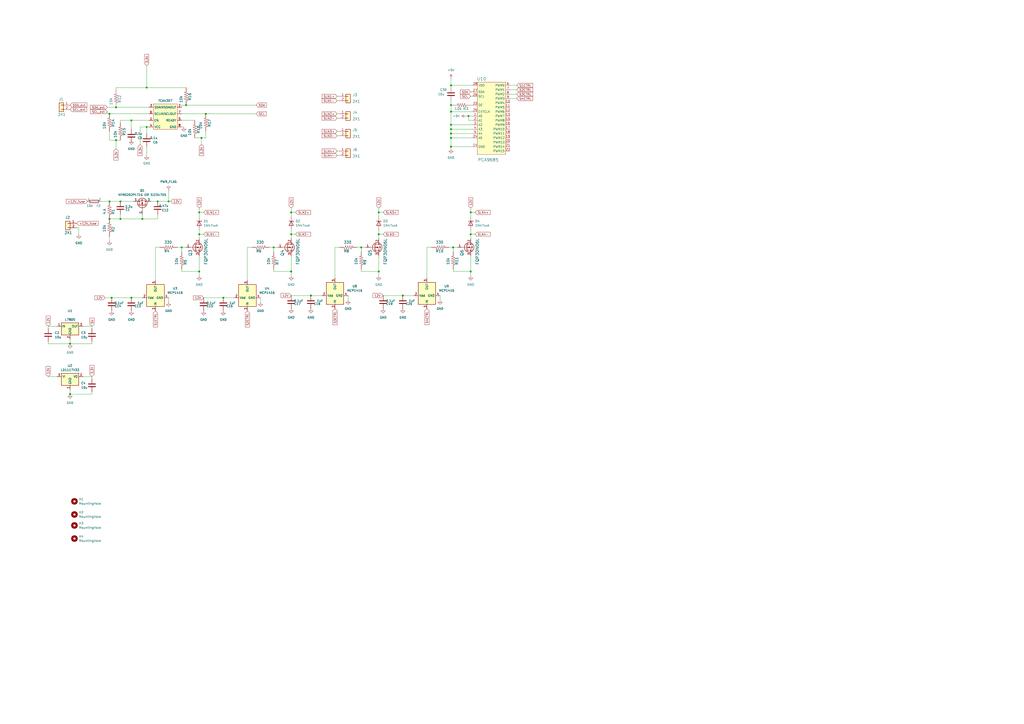
<source format=kicad_sch>
(kicad_sch (version 20250114) (generator "eeschema") (generator_version "9.0")
  (paper "A2")
  (lib_symbols
    (symbol "Connector_Generic:Conn_01x02" (pin_names (offset 1.016) (hide yes))
      (property "Reference" "J" (at 0 2.54 0))
      (property "Value" "Conn_01x02" (at 0 -5.08 0))
      (symbol "Conn_01x02_1_1"
        (pin passive line (at -5.08 0 0) (length 3.81) (name "Pin_1") (number "1"))
        (pin passive line (at -5.08 -2.54 0) (length 3.81) (name "Pin_2") (number "2"))
      )
    )
    (symbol "Device:C" (pin_numbers (hide yes)) (pin_names (offset 0.254))
      (property "Reference" "C" (at 0.635 2.54 0))
      (property "Value" "C" (at 0.635 -2.54 0))
      (symbol "C_1_1"
        (pin passive line (at 0 3.81 270) (length 2.794) (name "~") (number "1"))
        (pin passive line (at 0 -3.81 90) (length 2.794) (name "~") (number "2"))
      )
    )
    (symbol "Device:Fuse" (pin_numbers (hide yes)) (pin_names (offset 0))
      (property "Reference" "F1" (at 2.54 2.54 90))
      (property "Value" "10A" (at 2.54 -2.54 90))
      (symbol "Fuse_1_1"
        (pin output line (at 0 3.81 270) (length 1.27) (name "2") (number "2"))
        (pin input line (at 0 -3.81 90) (length 1.27) (name "1") (number "1"))
      )
    )
    (symbol "Diode:1N47xxA" (pin_numbers (hide yes)) (pin_names (hide yes))
      (property "Reference" "D" (at 0 2.54 0))
      (property "Value" "1N47xxA" (at 0 -2.54 0))
      (symbol "1N47xxA_1_1"
        (pin passive line (at -3.81 0 0) (length 2.54) (name "K") (number "1"))
        (pin passive line (at 3.81 0 180) (length 2.54) (name "A") (number "2"))
      )
    )
    (symbol "Driver_FET:MCP1416"
      (property "Reference" "U" (at -5.08 6.35 0))
      (property "Value" "MCP1416" (at 1.27 6.35 0))
      (symbol "MCP1416_1_1"
        (pin input line (at -7.62 0 0) (length 2.54) (name "IN") (number "3"))
        (pin power_in line (at 0 7.62 270) (length 2.54) (name "Vdd") (number "2"))
        (pin power_in line (at 0 -7.62 90) (length 2.54) (name "GND") (number "4"))
        (pin no_connect line (at 7.62 -2.54 180) (length 2.54) (hide yes) (name "NC") (number "1"))
        (pin output line (at 10.16 0 180) (length 2.54) (name "OUT") (number "5"))
      )
    )
    (symbol "Mechanical:MountingHole" (pin_names (offset 1.016)) (exclude_from_sim yes) (in_bom no)
      (property "Reference" "H" (at 0 5.08 0))
      (property "Value" "MountingHole" (at 0 3.175 0))
    )
    (symbol "New_Library:PCA9685"
      (property "Reference" "I2C_PWM_DRIVER1" (at 12.7 1.905 0))
      (property "Value" "PCA9685" (at 7.62 -46.355 0))
      (symbol "PCA9685_1_1"
        (pin input line (at -1.27 -3.175 0) (length 2.54) (name "VDD") (number "28"))
        (pin input line (at -1.27 -6.985 0) (length 2.54) (name "SDA") (number "27"))
        (pin input line (at -1.27 -9.525 0) (length 2.54) (name "SCL") (number "26"))
        (pin input line (at -1.27 -14.605 0) (length 2.54) (name "OE'") (number "23"))
        (pin input line (at -1.27 -18.415 0) (length 2.54) (name "EXTCLK") (number "25"))
        (pin input line (at -1.27 -20.955 0) (length 2.54) (name "A0") (number "1"))
        (pin input line (at -1.27 -23.495 0) (length 2.54) (name "A1") (number "2"))
        (pin input line (at -1.27 -26.035 0) (length 2.54) (name "A2") (number "3"))
        (pin input line (at -1.27 -28.575 0) (length 2.54) (name "A3") (number "4"))
        (pin input line (at -1.27 -31.115 0) (length 2.54) (name "A4") (number "5"))
        (pin input line (at -1.27 -33.655 0) (length 2.54) (name "A5") (number "24"))
        (pin input line (at -1.27 -38.735 0) (length 2.54) (name "GND") (number "14"))
        (pin input line (at 20.32 -3.175 180) (length 2.54) (name "PWM0") (number "6"))
        (pin input line (at 20.32 -5.715 180) (length 2.54) (name "PWM1") (number "7"))
        (pin output line (at 20.32 -8.255 180) (length 2.54) (name "PWM2") (number "8"))
        (pin output line (at 20.32 -10.795 180) (length 2.54) (name "PWM3") (number "9"))
        (pin input line (at 20.32 -13.335 180) (length 2.54) (name "PWM4") (number "10"))
        (pin input line (at 20.32 -15.875 180) (length 2.54) (name "PWM5") (number "11"))
        (pin input line (at 20.32 -18.415 180) (length 2.54) (name "PWM6") (number "12"))
        (pin input line (at 20.32 -20.955 180) (length 2.54) (name "PWM7") (number "13"))
        (pin input line (at 20.32 -23.495 180) (length 2.54) (name "PWM8") (number "15"))
        (pin input line (at 20.32 -26.035 180) (length 2.54) (name "PWM9") (number "16"))
        (pin input line (at 20.32 -28.575 180) (length 2.54) (name "PWM10") (number "17"))
        (pin input line (at 20.32 -31.115 180) (length 2.54) (name "PWM11") (number "18"))
        (pin input line (at 20.32 -33.655 180) (length 2.54) (name "PWM12") (number "19"))
        (pin input line (at 20.32 -36.195 180) (length 2.54) (name "PWM13") (number "20"))
        (pin input line (at 20.32 -38.735 180) (length 2.54) (name "PWM14") (number "21"))
        (pin input line (at 20.32 -41.275 180) (length 2.54) (name "PWM15") (number "22"))
      )
    )
    (symbol "PowerboardRev5-eagle-import:R-US_R0805" (pin_names (offset 1.016))
      (property "Reference" "R" (at -3.81 1.4986 0))
      (property "Value" "R-US_R0805" (at -3.81 -3.302 0))
      (symbol "R-US_R0805_1_0"
        (pin passive line (at -5.08 0 0) (length 2.54) (name "1") (number "1"))
        (pin passive line (at 5.08 0 180) (length 2.54) (name "2") (number "2"))
      )
    )
    (symbol "Regulator_Linear:L7805" (pin_names (offset 0.254))
      (property "Reference" "U" (at -3.81 3.175 0))
      (property "Value" "L7805" (at 0 3.175 0))
      (symbol "L7805_1_1"
        (pin power_in line (at -7.62 0 0) (length 2.54) (name "IN") (number "1"))
        (pin power_in line (at 0 -7.62 90) (length 2.54) (name "GND") (number "2"))
        (pin power_out line (at 7.62 0 180) (length 2.54) (name "OUT") (number "3"))
      )
    )
    (symbol "Regulator_Linear:LD1117S33TR_SOT223"
      (property "Reference" "U" (at -3.81 3.175 0))
      (property "Value" "LD1117S33TR_SOT223" (at 0 3.175 0))
      (symbol "LD1117S33TR_SOT223_1_1"
        (pin power_in line (at -7.62 0 0) (length 2.54) (name "VI") (number "3"))
        (pin power_in line (at 0 -7.62 90) (length 2.54) (name "GND") (number "1"))
        (pin power_out line (at 7.62 0 180) (length 2.54) (name "VO") (number "2"))
      )
    )
    (symbol "Simulation_SPICE:PMOS" (pin_numbers (hide yes)) (pin_names (offset 0))
      (property "Reference" "Q" (at 5.08 1.27 0))
      (property "Value" "PMOS" (at 5.08 -1.27 0))
      (symbol "PMOS_1_1"
        (pin input line (at -5.08 0 0) (length 2.54) (name "G") (number "2"))
        (pin passive line (at 2.54 5.08 270) (length 2.54) (name "D") (number "1"))
        (pin passive line (at 2.54 -5.08 90) (length 2.54) (name "S") (number "3"))
      )
    )
    (symbol "T_1_1"
      (symbol "T_1_1_1_1"
        (pin input line (at -12.7 2.54 0) (length 2.54) (name "SDAIN") (number "3"))
        (pin input line (at -12.7 -1.27 0) (length 2.54) (name "SCLIN") (number "6"))
        (pin input line (at -12.7 -5.08 0) (length 2.54) (name "EN") (number "1"))
        (pin input line (at -12.7 -8.89 0) (length 2.54) (name "VCC") (number "4"))
        (pin input line (at 6.35 2.54 180) (length 2.54) (name "SDAOUT") (number "2"))
        (pin input line (at 6.35 -1.27 180) (length 2.54) (name "SCLOUT") (number "7"))
        (pin input line (at 6.35 -5.08 180) (length 2.54) (name "READY") (number "5"))
        (pin input line (at 6.35 -8.89 180) (length 2.54) (name "GND") (number "8"))
      )
    )
    (symbol "Transistor_FET:IRLZ34N" (pin_names (hide yes))
      (property "Reference" "Q" (at 6.35 1.905 0))
      (property "Value" "IRLZ34N" (at 6.35 0 0))
      (symbol "IRLZ34N_1_1"
        (pin input line (at -5.08 0 0) (length 2.54) (name "G") (number "1"))
        (pin passive line (at 2.54 5.08 270) (length 2.54) (name "D") (number "2"))
        (pin passive line (at 2.54 -5.08 90) (length 2.54) (name "S") (number "3"))
      )
    )
    (symbol "power:+5V" (power) (pin_names (offset 0))
      (property "Value" "+5V" (at 0 3.556 0))
      (symbol "+5V_1_1"
        (pin power_in line (at 0 0 90) (length 0) (hide yes) (name "+5V") (number "1"))
      )
    )
    (symbol "power:GND" (power) (pin_names (offset 0))
      (property "Value" "GND" (at 0 -3.81 0))
      (symbol "GND_1_1"
        (pin power_in line (at 0 0 270) (length 0) (hide yes) (name "GND") (number "1"))
      )
    )
    (symbol "power:PWR_FLAG" (power) (pin_numbers (hide yes)) (pin_names (offset 0) (hide yes))
      (property "Value" "PWR_FLAG" (at 0 3.81 0))
      (symbol "PWR_FLAG_0_0"
        (pin power_out line (at 0 0 90) (length 0) (name "~") (number "1"))
      )
    )
  )
  (junction (at 105.41 143.51))
  (junction (at 219.71 157.48))
  (junction (at 40.64 228.6))
  (junction (at 261.62 72.39))
  (junction (at 271.78 67.31))
  (junction (at 261.62 49.53))
  (junction (at 168.91 123.19))
  (junction (at 168.91 135.89))
  (junction (at 63.5 116.84))
  (junction (at 261.62 74.93))
  (junction (at 209.55 143.51))
  (junction (at 76.2 172.72))
  (junction (at 63.5 66.04))
  (junction (at 91.44 116.84))
  (junction (at 158.75 143.51))
  (junction (at 63.5 127))
  (junction (at 219.71 123.19))
  (junction (at 273.05 135.89))
  (junction (at 115.57 157.48))
  (junction (at 261.62 85.09))
  (junction (at 107.95 60.96))
  (junction (at 261.62 64.77))
  (junction (at 76.2 69.85))
  (junction (at 115.57 123.19))
  (junction (at 273.05 157.48))
  (junction (at 115.57 135.89))
  (junction (at 119.38 66.04))
  (junction (at 85.09 50.8))
  (junction (at 273.05 123.19))
  (junction (at 180.34 171.45))
  (junction (at 129.54 172.72))
  (junction (at 261.62 77.47))
  (junction (at 116.84 80.01))
  (junction (at 233.68 171.45))
  (junction (at 262.89 143.51))
  (junction (at 97.79 116.84))
  (junction (at 64.77 172.72))
  (junction (at 85.09 73.66))
  (junction (at 67.31 81.28))
  (junction (at 69.85 127))
  (junction (at 261.62 80.01))
  (junction (at 67.31 62.23))
  (junction (at 219.71 135.89))
  (junction (at 69.85 116.84))
  (junction (at 168.91 157.48))
  (junction (at 82.55 127))
  (junction (at 261.62 60.96))
  (junction (at 40.64 199.39))
  (wire (pts (xy 195.58 90.17) (xy 196.85 90.17)))
  (wire (pts (xy 261.62 64.77) (xy 261.62 72.39)))
  (wire (pts (xy 273.05 157.48) (xy 273.05 160.02)))
  (wire (pts (xy 81.28 73.66) (xy 85.09 73.66)))
  (wire (pts (xy 115.57 133.35) (xy 115.57 135.89)))
  (wire (pts (xy 27.94 199.39) (xy 27.94 198.12)))
  (wire (pts (xy 168.91 123.19) (xy 171.45 123.19)))
  (wire (pts (xy 115.57 135.89) (xy 115.57 138.43)))
  (wire (pts (xy 158.75 143.51) (xy 161.29 143.51)))
  (wire (pts (xy 168.91 123.19) (xy 168.91 125.73)))
  (wire (pts (xy 69.85 116.84) (xy 77.47 116.84)))
  (wire (pts (xy 63.5 81.28) (xy 67.31 81.28)))
  (wire (pts (xy 53.34 218.44) (xy 53.34 219.71)))
  (wire (pts (xy 219.71 135.89) (xy 219.71 138.43)))
  (wire (pts (xy 261.62 64.77) (xy 274.32 64.77)))
  (wire (pts (xy 262.89 143.51) (xy 262.89 146.05)))
  (wire (pts (xy 105.41 66.04) (xy 119.38 66.04)))
  (wire (pts (xy 262.89 143.51) (xy 265.43 143.51)))
  (wire (pts (xy 261.62 80.01) (xy 261.62 85.09)))
  (wire (pts (xy 63.5 76.2) (xy 63.5 81.28)))
  (wire (pts (xy 27.94 189.23) (xy 33.02 189.23)))
  (wire (pts (xy 76.2 172.72) (xy 82.55 172.72)))
  (wire (pts (xy 261.62 72.39) (xy 274.32 72.39)))
  (wire (pts (xy 105.41 143.51) (xy 107.95 143.51)))
  (wire (pts (xy 261.62 45.72) (xy 261.62 49.53)))
  (wire (pts (xy 261.62 80.01) (xy 274.32 80.01)))
  (wire (pts (xy 195.58 76.2) (xy 196.85 76.2)))
  (wire (pts (xy 63.5 66.04) (xy 62.23 66.04)))
  (wire (pts (xy 168.91 133.35) (xy 168.91 135.89)))
  (wire (pts (xy 194.31 143.51) (xy 196.85 143.51)))
  (wire (pts (xy 44.45 132.08) (xy 45.72 132.08)))
  (wire (pts (xy 76.2 69.85) (xy 76.2 74.93)))
  (wire (pts (xy 261.62 58.42) (xy 261.62 60.96)))
  (wire (pts (xy 255.27 171.45) (xy 255.27 173.99)))
  (wire (pts (xy 90.17 143.51) (xy 92.71 143.51)))
  (wire (pts (xy 247.65 143.51) (xy 250.19 143.51)))
  (wire (pts (xy 209.55 143.51) (xy 209.55 146.05)))
  (wire (pts (xy 158.75 157.48) (xy 168.91 157.48)))
  (wire (pts (xy 168.91 171.45) (xy 180.34 171.45)))
  (wire (pts (xy 295.91 57.15) (xy 299.72 57.15)))
  (wire (pts (xy 102.87 143.51) (xy 105.41 143.51)))
  (wire (pts (xy 85.09 50.8) (xy 85.09 38.1)))
  (wire (pts (xy 69.85 127) (xy 63.5 127)))
  (wire (pts (xy 219.71 123.19) (xy 222.25 123.19)))
  (wire (pts (xy 69.85 69.85) (xy 69.85 71.12)))
  (wire (pts (xy 262.89 156.21) (xy 262.89 157.48)))
  (wire (pts (xy 219.71 157.48) (xy 219.71 148.59)))
  (wire (pts (xy 209.55 156.21) (xy 209.55 157.48)))
  (wire (pts (xy 195.58 87.63) (xy 196.85 87.63)))
  (wire (pts (xy 194.31 143.51) (xy 194.31 161.29)))
  (wire (pts (xy 85.09 50.8) (xy 107.95 50.8)))
  (wire (pts (xy 261.62 60.96) (xy 261.62 64.77)))
  (wire (pts (xy 82.55 127) (xy 69.85 127)))
  (wire (pts (xy 119.38 66.04) (xy 148.59 66.04)))
  (wire (pts (xy 116.84 80.01) (xy 119.38 80.01)))
  (wire (pts (xy 81.28 73.66) (xy 81.28 83.82)))
  (wire (pts (xy 261.62 50.8) (xy 261.62 49.53)))
  (wire (pts (xy 273.05 135.89) (xy 273.05 138.43)))
  (wire (pts (xy 262.89 157.48) (xy 273.05 157.48)))
  (wire (pts (xy 113.03 80.01) (xy 116.84 80.01)))
  (wire (pts (xy 219.71 135.89) (xy 222.25 135.89)))
  (wire (pts (xy 86.36 69.85) (xy 76.2 69.85)))
  (wire (pts (xy 168.91 157.48) (xy 168.91 160.02)))
  (wire (pts (xy 90.17 143.51) (xy 90.17 162.56)))
  (wire (pts (xy 91.44 116.84) (xy 97.79 116.84)))
  (wire (pts (xy 91.44 124.46) (xy 91.44 127)))
  (wire (pts (xy 219.71 123.19) (xy 219.71 125.73)))
  (wire (pts (xy 271.78 67.31) (xy 274.32 67.31)))
  (wire (pts (xy 195.58 66.04) (xy 196.85 66.04)))
  (wire (pts (xy 158.75 156.21) (xy 158.75 157.48)))
  (wire (pts (xy 67.31 62.23) (xy 62.23 62.23)))
  (wire (pts (xy 271.78 69.85) (xy 271.78 67.31)))
  (wire (pts (xy 295.91 54.61) (xy 299.72 54.61)))
  (wire (pts (xy 261.62 77.47) (xy 261.62 80.01)))
  (wire (pts (xy 48.26 189.23) (xy 53.34 189.23)))
  (wire (pts (xy 222.25 171.45) (xy 233.68 171.45)))
  (wire (pts (xy 295.91 49.53) (xy 299.72 49.53)))
  (wire (pts (xy 53.34 189.23) (xy 53.34 190.5)))
  (wire (pts (xy 247.65 143.51) (xy 247.65 161.29)))
  (wire (pts (xy 295.91 52.07) (xy 299.72 52.07)))
  (wire (pts (xy 82.55 124.46) (xy 82.55 127)))
  (wire (pts (xy 151.13 172.72) (xy 151.13 175.26)))
  (wire (pts (xy 233.68 171.45) (xy 240.03 171.45)))
  (wire (pts (xy 58.42 116.84) (xy 63.5 116.84)))
  (wire (pts (xy 270.51 67.31) (xy 271.78 67.31)))
  (wire (pts (xy 45.72 132.08) (xy 45.72 135.89)))
  (wire (pts (xy 207.01 143.51) (xy 209.55 143.51)))
  (wire (pts (xy 115.57 123.19) (xy 118.11 123.19)))
  (wire (pts (xy 105.41 60.96) (xy 107.95 60.96)))
  (wire (pts (xy 115.57 120.65) (xy 115.57 123.19)))
  (wire (pts (xy 69.85 124.46) (xy 69.85 127)))
  (wire (pts (xy 168.91 135.89) (xy 168.91 138.43)))
  (wire (pts (xy 63.5 66.04) (xy 86.36 66.04)))
  (wire (pts (xy 273.05 60.96) (xy 274.32 60.96)))
  (wire (pts (xy 85.09 73.66) (xy 86.36 73.66)))
  (wire (pts (xy 40.64 196.85) (xy 40.64 199.39)))
  (wire (pts (xy 115.57 135.89) (xy 118.11 135.89)))
  (wire (pts (xy 273.05 133.35) (xy 273.05 135.89)))
  (wire (pts (xy 105.41 143.51) (xy 105.41 146.05)))
  (wire (pts (xy 105.41 69.85) (xy 113.03 69.85)))
  (wire (pts (xy 143.51 143.51) (xy 143.51 162.56)))
  (wire (pts (xy 219.71 120.65) (xy 219.71 123.19)))
  (wire (pts (xy 67.31 62.23) (xy 86.36 62.23)))
  (wire (pts (xy 273.05 53.34) (xy 274.32 53.34)))
  (wire (pts (xy 195.58 58.42) (xy 196.85 58.42)))
  (wire (pts (xy 97.79 172.72) (xy 97.79 175.26)))
  (wire (pts (xy 209.55 143.51) (xy 212.09 143.51)))
  (wire (pts (xy 105.41 60.96) (xy 105.41 62.23)))
  (wire (pts (xy 261.62 77.47) (xy 274.32 77.47)))
  (wire (pts (xy 261.62 49.53) (xy 274.32 49.53)))
  (wire (pts (xy 262.89 60.96) (xy 261.62 60.96)))
  (wire (pts (xy 261.62 74.93) (xy 261.62 77.47)))
  (wire (pts (xy 76.2 82.55) (xy 76.2 81.28)))
  (wire (pts (xy 105.41 73.66) (xy 106.68 73.66)))
  (wire (pts (xy 168.91 120.65) (xy 168.91 123.19)))
  (wire (pts (xy 107.95 60.96) (xy 148.59 60.96)))
  (wire (pts (xy 260.35 143.51) (xy 262.89 143.51)))
  (wire (pts (xy 115.57 157.48) (xy 115.57 148.59)))
  (wire (pts (xy 201.93 171.45) (xy 201.93 173.99)))
  (wire (pts (xy 63.5 116.84) (xy 69.85 116.84)))
  (wire (pts (xy 273.05 123.19) (xy 273.05 125.73)))
  (wire (pts (xy 219.71 157.48) (xy 219.71 160.02)))
  (wire (pts (xy 53.34 199.39) (xy 53.34 198.12)))
  (wire (pts (xy 274.32 74.93) (xy 261.62 74.93)))
  (wire (pts (xy 273.05 157.48) (xy 273.05 148.59)))
  (wire (pts (xy 67.31 50.8) (xy 67.31 52.07)))
  (wire (pts (xy 261.62 85.09) (xy 274.32 85.09)))
  (wire (pts (xy 195.58 68.58) (xy 196.85 68.58)))
  (wire (pts (xy 273.05 120.65) (xy 273.05 123.19)))
  (wire (pts (xy 97.79 110.49) (xy 97.79 116.84)))
  (wire (pts (xy 40.64 228.6) (xy 53.34 228.6)))
  (wire (pts (xy 274.32 69.85) (xy 271.78 69.85)))
  (wire (pts (xy 27.94 190.5) (xy 27.94 189.23)))
  (wire (pts (xy 116.84 80.01) (xy 116.84 83.82)))
  (wire (pts (xy 195.58 78.74) (xy 196.85 78.74)))
  (wire (pts (xy 209.55 157.48) (xy 219.71 157.48)))
  (wire (pts (xy 85.09 90.17) (xy 85.09 85.09)))
  (wire (pts (xy 53.34 228.6) (xy 53.34 227.33)))
  (wire (pts (xy 119.38 80.01) (xy 119.38 76.2)))
  (wire (pts (xy 91.44 127) (xy 82.55 127)))
  (wire (pts (xy 273.05 123.19) (xy 275.59 123.19)))
  (wire (pts (xy 195.58 55.88) (xy 196.85 55.88)))
  (wire (pts (xy 76.2 69.85) (xy 69.85 69.85)))
  (wire (pts (xy 168.91 157.48) (xy 168.91 148.59)))
  (wire (pts (xy 273.05 135.89) (xy 275.59 135.89)))
  (wire (pts (xy 85.09 77.47) (xy 85.09 73.66)))
  (wire (pts (xy 27.94 199.39) (xy 40.64 199.39)))
  (wire (pts (xy 67.31 81.28) (xy 69.85 81.28)))
  (wire (pts (xy 143.51 143.51) (xy 146.05 143.51)))
  (wire (pts (xy 105.41 157.48) (xy 115.57 157.48)))
  (wire (pts (xy 67.31 50.8) (xy 85.09 50.8)))
  (wire (pts (xy 48.26 218.44) (xy 53.34 218.44)))
  (wire (pts (xy 40.64 226.06) (xy 40.64 228.6)))
  (wire (pts (xy 273.05 55.88) (xy 274.32 55.88)))
  (wire (pts (xy 118.11 172.72) (xy 129.54 172.72)))
  (wire (pts (xy 180.34 171.45) (xy 186.69 171.45)))
  (wire (pts (xy 27.94 218.44) (xy 33.02 218.44)))
  (wire (pts (xy 129.54 172.72) (xy 135.89 172.72)))
  (wire (pts (xy 156.21 143.51) (xy 158.75 143.51)))
  (wire (pts (xy 63.5 137.16) (xy 63.5 139.7)))
  (wire (pts (xy 60.96 172.72) (xy 64.77 172.72)))
  (wire (pts (xy 105.41 156.21) (xy 105.41 157.48)))
  (wire (pts (xy 261.62 72.39) (xy 261.62 74.93)))
  (wire (pts (xy 115.57 123.19) (xy 115.57 125.73)))
  (wire (pts (xy 115.57 157.48) (xy 115.57 160.02)))
  (wire (pts (xy 158.75 143.51) (xy 158.75 146.05)))
  (wire (pts (xy 97.79 116.84) (xy 99.06 116.84)))
  (wire (pts (xy 261.62 85.09) (xy 261.62 86.36)))
  (wire (pts (xy 67.31 81.28) (xy 67.31 86.36)))
  (wire (pts (xy 64.77 172.72) (xy 76.2 172.72)))
  (wire (pts (xy 87.63 116.84) (xy 91.44 116.84)))
  (wire (pts (xy 168.91 135.89) (xy 171.45 135.89)))
  (wire (pts (xy 40.64 199.39) (xy 53.34 199.39)))
  (wire (pts (xy 62.23 66.04) (xy 62.23 64.77)))
  (wire (pts (xy 219.71 133.35) (xy 219.71 135.89)))
  (global_label "S4CTRL" (shape input) (at 299.72 57.15 0) (property "Intersheetrefs" "${INTERSHEET_REFS}" (effects (hide yes))))
  (global_label "SLN4+" (shape input) (at 195.58 87.63 180) (property "Intersheetrefs" "${INTERSHEET_REFS}" (effects (hide yes))))
  (global_label "S3CTRL" (shape input) (at 194.31 179.07 270) (property "Intersheetrefs" "${INTERSHEET_REFS}" (effects (hide yes))))
  (global_label "12V" (shape input) (at 115.57 120.65 90) (property "Intersheetrefs" "${INTERSHEET_REFS}" (effects (hide yes))))
  (global_label "S2CTRL" (shape input) (at 143.51 180.34 270) (property "Intersheetrefs" "${INTERSHEET_REFS}" (effects (hide yes))))
  (global_label "SDA_ext" (shape input) (at 62.23 62.23 180) (property "Intersheetrefs" "${INTERSHEET_REFS}" (effects (hide yes))))
  (global_label "S1CTRL" (shape input) (at 299.72 49.53 0) (property "Intersheetrefs" "${INTERSHEET_REFS}" (effects (hide yes))))
  (global_label "SLN1-" (shape input) (at 195.58 58.42 180) (property "Intersheetrefs" "${INTERSHEET_REFS}" (effects (hide yes))))
  (global_label "SDA" (shape input) (at 273.05 53.34 180) (property "Intersheetrefs" "${INTERSHEET_REFS}" (effects (hide yes))))
  (global_label "12V" (shape input) (at 27.94 218.44 90) (property "Intersheetrefs" "${INTERSHEET_REFS}" (effects (hide yes))))
  (global_label "12V" (shape input) (at 273.05 120.65 90) (property "Intersheetrefs" "${INTERSHEET_REFS}" (effects (hide yes))))
  (global_label "12V" (shape input) (at 99.06 116.84 0) (property "Intersheetrefs" "${INTERSHEET_REFS}" (effects (hide yes))))
  (global_label "SDA" (shape input) (at 148.59 60.96 0) (property "Intersheetrefs" "${INTERSHEET_REFS}" (effects (hide yes))))
  (global_label "SCL" (shape input) (at 148.59 66.04 0) (property "Intersheetrefs" "${INTERSHEET_REFS}" (effects (hide yes))))
  (global_label "SLN1+" (shape input) (at 195.58 55.88 180) (property "Intersheetrefs" "${INTERSHEET_REFS}" (effects (hide yes))))
  (global_label "12V" (shape input) (at 219.71 120.65 90) (property "Intersheetrefs" "${INTERSHEET_REFS}" (effects (hide yes))))
  (global_label "SLN2-" (shape input) (at 171.45 135.89 0) (property "Intersheetrefs" "${INTERSHEET_REFS}" (effects (hide yes))))
  (global_label "S2CTRL" (shape input) (at 299.72 52.07 0) (property "Intersheetrefs" "${INTERSHEET_REFS}" (effects (hide yes))))
  (global_label "3.3V" (shape input) (at 53.34 218.44 90) (property "Intersheetrefs" "${INTERSHEET_REFS}" (effects (hide yes))))
  (global_label "SLN4-" (shape input) (at 195.58 90.17 180) (property "Intersheetrefs" "${INTERSHEET_REFS}" (effects (hide yes))))
  (global_label "SLN3+" (shape input) (at 222.25 123.19 0) (property "Intersheetrefs" "${INTERSHEET_REFS}" (effects (hide yes))))
  (global_label "S4CTRL" (shape input) (at 247.65 179.07 270) (property "Intersheetrefs" "${INTERSHEET_REFS}" (effects (hide yes))))
  (global_label "3.3V" (shape input) (at 67.31 86.36 270) (property "Intersheetrefs" "${INTERSHEET_REFS}" (effects (hide yes))))
  (global_label "SLN3+" (shape input) (at 195.58 76.2 180) (property "Intersheetrefs" "${INTERSHEET_REFS}" (effects (hide yes))))
  (global_label "SCL" (shape input) (at 273.05 55.88 180) (property "Intersheetrefs" "${INTERSHEET_REFS}" (effects (hide yes))))
  (global_label "+12V_fuse" (shape input) (at 44.45 129.54 0) (property "Intersheetrefs" "${INTERSHEET_REFS}" (effects (hide yes))))
  (global_label "12V" (shape input) (at 168.91 120.65 90) (property "Intersheetrefs" "${INTERSHEET_REFS}" (effects (hide yes))))
  (global_label "S1CTRL" (shape input) (at 90.17 180.34 270) (property "Intersheetrefs" "${INTERSHEET_REFS}" (effects (hide yes))))
  (global_label "SLN2+" (shape input) (at 195.58 66.04 180) (property "Intersheetrefs" "${INTERSHEET_REFS}" (effects (hide yes))))
  (global_label "SDA_ext" (shape input) (at 40.64 60.96 0) (property "Intersheetrefs" "${INTERSHEET_REFS}" (effects (hide yes))))
  (global_label "SLN3-" (shape input) (at 222.25 135.89 0) (property "Intersheetrefs" "${INTERSHEET_REFS}" (effects (hide yes))))
  (global_label "SLN1-" (shape input) (at 118.11 135.89 0) (property "Intersheetrefs" "${INTERSHEET_REFS}" (effects (hide yes))))
  (global_label "12V" (shape input) (at 27.94 189.23 90) (property "Intersheetrefs" "${INTERSHEET_REFS}" (effects (hide yes))))
  (global_label "SCL_ext" (shape input) (at 40.64 63.5 0) (property "Intersheetrefs" "${INTERSHEET_REFS}" (effects (hide yes))))
  (global_label "SLN3-" (shape input) (at 195.58 78.74 180) (property "Intersheetrefs" "${INTERSHEET_REFS}" (effects (hide yes))))
  (global_label "SLN2+" (shape input) (at 171.45 123.19 0) (property "Intersheetrefs" "${INTERSHEET_REFS}" (effects (hide yes))))
  (global_label "12V" (shape input) (at 168.91 171.45 180) (property "Intersheetrefs" "${INTERSHEET_REFS}" (effects (hide yes))))
  (global_label "12V" (shape input) (at 222.25 171.45 180) (property "Intersheetrefs" "${INTERSHEET_REFS}" (effects (hide yes))))
  (global_label "S3CTRL" (shape input) (at 299.72 54.61 0) (property "Intersheetrefs" "${INTERSHEET_REFS}" (effects (hide yes))))
  (global_label "3.3V" (shape input) (at 116.84 83.82 270) (property "Intersheetrefs" "${INTERSHEET_REFS}" (effects (hide yes))))
  (global_label "3.3V" (shape input) (at 85.09 38.1 90) (property "Intersheetrefs" "${INTERSHEET_REFS}" (effects (hide yes))))
  (global_label "12V" (shape input) (at 60.96 172.72 180) (property "Intersheetrefs" "${INTERSHEET_REFS}" (effects (hide yes))))
  (global_label "3.3V" (shape input) (at 81.28 83.82 270) (property "Intersheetrefs" "${INTERSHEET_REFS}" (effects (hide yes))))
  (global_label "5V" (shape input) (at 53.34 189.23 90) (property "Intersheetrefs" "${INTERSHEET_REFS}" (effects (hide yes))))
  (global_label "12V" (shape input) (at 118.11 172.72 180) (property "Intersheetrefs" "${INTERSHEET_REFS}" (effects (hide yes))))
  (global_label "SLN4+" (shape input) (at 275.59 123.19 0) (property "Intersheetrefs" "${INTERSHEET_REFS}" (effects (hide yes))))
  (global_label "SCL_ext" (shape input) (at 62.23 64.77 180) (property "Intersheetrefs" "${INTERSHEET_REFS}" (effects (hide yes))))
  (global_label "SLN1+" (shape input) (at 118.11 123.19 0) (property "Intersheetrefs" "${INTERSHEET_REFS}" (effects (hide yes))))
  (global_label "+12V_fuse" (shape input) (at 50.8 116.84 180) (property "Intersheetrefs" "${INTERSHEET_REFS}" (effects (hide yes))))
  (global_label "SLN4-" (shape input) (at 275.59 135.89 0) (property "Intersheetrefs" "${INTERSHEET_REFS}" (effects (hide yes))))
  (global_label "SLN2-" (shape input) (at 195.58 68.58 180) (property "Intersheetrefs" "${INTERSHEET_REFS}" (effects (hide yes))))
  (symbol (lib_id "Device:C") (at 53.34 223.52 0) (unit 1)
    (property "Reference" "C4" (at 46.99 222.25 0) (effects (justify left)))
    (property "Value" "10u" (at 46.99 224.79 0) (effects (justify left)))
    (property "Footprint" "Capacitor_THT:CP_Radial_D5.0mm_P2.00mm" (effects (hide yes)))
  )
  (symbol (lib_id "Transistor_FET:IRLZ34N") (at 217.17 143.51 0) (unit 1)
    (property "Reference" "Q5" (at 214.63 148.59 90) (effects (font (size 1.778 1.778)) (justify left)))
    (property "Value" "FQP30N06L" (at 223.52 153.67 90) (effects (font (size 1.778 1.778)) (justify left)))
    (property "Footprint" "Package_TO_SOT_THT:TO-220-3_Vertical" (effects (hide yes)))
    (property "Datasheet" "http://www.infineon.com/dgdl/irlz34npbf.pdf?fileId=5546d462533600a40153567206892720" (effects (hide yes)))
  )
  (symbol (lib_id "Device:C") (at 69.85 120.65 180) (unit 1)
    (property "Reference" "C1" (at 75.438 121.666 0) (effects (justify left)))
    (property "Value" "2.2u" (at 76.962 119.888 0) (effects (justify left)))
    (property "Footprint" "Capacitor_SMD:C_0402_1005Metric" (effects (hide yes)))
  )
  (symbol (lib_id "PowerboardRev5-eagle-import:R-US_R0805") (at 262.89 151.13 270) (mirror x) (unit 1)
    (property "Reference" "R11" (at 264.16 153.67 0) (effects (font (size 1.4986 1.4986)) (justify left bottom)))
    (property "Value" "10k" (at 259.08 153.67 0) (effects (font (size 1.4986 1.4986)) (justify left bottom)))
    (property "Footprint" "Resistor_SMD:R_0805_2012Metric_Pad1.20x1.40mm_HandSolder" (effects (hide yes)))
  )
  (symbol (lib_id "PowerboardRev5-eagle-import:R-US_R0805") (at 267.97 60.96 180) (unit 1)
    (property "Reference" "R3" (at 271.78 62.23 0) (effects (font (size 1.4986 1.4986)) (justify left bottom)))
    (property "Value" "10k" (at 267.97 62.23 0) (effects (font (size 1.4986 1.4986)) (justify left bottom)))
    (property "Footprint" "Resistor_SMD:R_0805_2012Metric_Pad1.20x1.40mm_HandSolder" (effects (hide yes)))
  )
  (symbol (lib_id "power:GND") (at 129.54 180.34 0) (unit 1)
    (property "Reference" "#PWR031" (effects (hide yes)))
    (property "Value" "GND" (at 129.54 185.42 0))
  )
  (symbol (lib_id "Mechanical:MountingHole") (at 43.18 298.45 0) (unit 1) (exclude_from_sim yes) (in_bom no)
    (property "Reference" "H2" (at 45.72 297.1799 0) (effects (justify left)))
    (property "Value" "MountingHole" (at 45.72 299.7199 0) (effects (justify left)))
    (property "Footprint" "MountingHole:MountingHole_3.2mm_M3_DIN965" (effects (hide yes)))
    (property "Description" "Mounting Hole without connection" (effects (hide yes)))
  )
  (symbol (lib_id "Transistor_FET:IRLZ34N") (at 166.37 143.51 0) (unit 1)
    (property "Reference" "Q4" (at 163.83 148.59 90) (effects (font (size 1.778 1.778)) (justify left)))
    (property "Value" "FQP30N06L" (at 172.72 153.67 90) (effects (font (size 1.778 1.778)) (justify left)))
    (property "Footprint" "Package_TO_SOT_THT:TO-220-3_Vertical" (effects (hide yes)))
    (property "Datasheet" "http://www.infineon.com/dgdl/irlz34npbf.pdf?fileId=5546d462533600a40153567206892720" (effects (hide yes)))
  )
  (symbol (lib_id "power:GND") (at 64.77 180.34 0) (unit 1)
    (property "Reference" "#PWR027" (effects (hide yes)))
    (property "Value" "GND" (at 64.77 185.42 0))
  )
  (symbol (lib_id "power:GND") (at 151.13 175.26 0) (unit 1)
    (property "Reference" "#PWR022" (effects (hide yes)))
    (property "Value" "GND" (at 151.13 180.34 0))
  )
  (symbol (lib_id "PowerboardRev5-eagle-import:R-US_R0805") (at 63.5 132.08 270) (mirror x) (unit 1)
    (property "Reference" "R2" (at 64.77 134.62 0) (effects (font (size 1.4986 1.4986)) (justify left bottom)))
    (property "Value" "10k" (at 59.69 134.62 0) (effects (font (size 1.4986 1.4986)) (justify left bottom)))
    (property "Footprint" "Resistor_SMD:R_0402_1005Metric" (effects (hide yes)))
  )
  (symbol (lib_id "Connector_Generic:Conn_01x02") (at 201.93 76.2 0) (unit 1)
    (property "Reference" "J5" (at 204.47 76.2 0) (effects (font (size 1.4986 1.4986)) (justify left bottom)))
    (property "Value" "2X1" (at 204.47 80.01 0) (effects (font (size 1.4986 1.4986)) (justify left bottom)))
    (property "Footprint" "Connector_JST:JST_PH_B2B-PH-K_1x02_P2.00mm_Vertical" (effects (hide yes)))
  )
  (symbol (lib_id "Device:C") (at 64.77 176.53 180) (unit 1)
    (property "Reference" "C14" (at 70.358 177.546 0) (effects (justify left)))
    (property "Value" "0.1uF" (at 71.882 175.768 0) (effects (justify left)))
    (property "Footprint" "Capacitor_SMD:C_0402_1005Metric" (effects (hide yes)))
  )
  (symbol (lib_id "Device:C") (at 76.2 176.53 180) (unit 1)
    (property "Reference" "C13" (at 81.788 177.546 0) (effects (justify left)))
    (property "Value" "1uF" (at 83.312 175.768 0) (effects (justify left)))
    (property "Footprint" "Capacitor_SMD:C_0402_1005Metric" (effects (hide yes)))
  )
  (symbol (lib_id "Device:C") (at 91.44 120.65 180) (unit 1)
    (property "Reference" "C12" (at 97.79 121.92 0) (effects (justify left)))
    (property "Value" "0.47u" (at 97.79 119.38 0) (effects (justify left)))
    (property "Footprint" "Capacitor_SMD:C_0402_1005Metric" (effects (hide yes)))
  )
  (symbol (lib_id "Device:C") (at 261.62 54.61 0) (unit 1)
    (property "Reference" "C30" (at 255.27 52.07 0) (effects (justify left)))
    (property "Value" "10u" (at 254 54.61 0) (effects (justify left)))
    (property "Footprint" "Capacitor_THT:CP_Radial_D5.0mm_P2.00mm" (effects (hide yes)))
  )
  (symbol (lib_id "PowerboardRev5-eagle-import:R-US_R0805") (at 97.79 143.51 0) (mirror x) (unit 1)
    (property "Reference" "R4" (at 95.25 144.78 0) (effects (font (size 1.4986 1.4986)) (justify left bottom)))
    (property "Value" "330" (at 95.25 139.7 0) (effects (font (size 1.4986 1.4986)) (justify left bottom)))
    (property "Footprint" "Resistor_SMD:R_0805_2012Metric_Pad1.20x1.40mm_HandSolder" (effects (hide yes)))
  )
  (symbol (lib_id "Connector_Generic:Conn_01x02") (at 201.93 87.63 0) (unit 1)
    (property "Reference" "J6" (at 204.47 87.63 0) (effects (font (size 1.4986 1.4986)) (justify left bottom)))
    (property "Value" "2X1" (at 204.47 91.44 0) (effects (font (size 1.4986 1.4986)) (justify left bottom)))
    (property "Footprint" "Connector_JST:JST_PH_B2B-PH-K_1x02_P2.00mm_Vertical" (effects (hide yes)))
  )
  (symbol (lib_id "Driver_FET:MCP1416") (at 247.65 171.45 90) (unit 1)
    (property "Reference" "U9" (at 259.08 166.0046 90))
    (property "Value" "MCP1416" (at 259.08 168.5446 90))
    (property "Footprint" "Package_TO_SOT_SMD:SOT-23-5" (effects (hide yes)))
    (property "Datasheet" "http://ww1.microchip.com/downloads/en/DeviceDoc/20002092F.pdf" (effects (hide yes)))
    (property "Description" "1.5A High speed power MOSFET driver with non-inverting output, SOT-23-5" (effects (hide yes)))
  )
  (symbol (lib_id "PowerboardRev5-eagle-import:R-US_R0805") (at 63.5 71.12 270) (mirror x) (unit 1)
    (property "Reference" "R14" (at 64.77 73.66 0) (effects (font (size 1.4986 1.4986)) (justify left bottom)))
    (property "Value" "10k" (at 59.69 74.93 0) (effects (font (size 1.4986 1.4986)) (justify left bottom)))
    (property "Footprint" "Resistor_SMD:R_0603_1608Metric" (effects (hide yes)))
  )
  (symbol (lib_id "Driver_FET:MCP1416") (at 90.17 172.72 90) (unit 1)
    (property "Reference" "U3" (at 101.6 167.2746 90))
    (property "Value" "MCP1416" (at 101.6 169.8146 90))
    (property "Footprint" "Package_TO_SOT_SMD:SOT-23-5" (effects (hide yes)))
    (property "Datasheet" "http://ww1.microchip.com/downloads/en/DeviceDoc/20002092F.pdf" (effects (hide yes)))
    (property "Description" "1.5A High speed power MOSFET driver with non-inverting output, SOT-23-5" (effects (hide yes)))
  )
  (symbol (lib_id "Regulator_Linear:LD1117S33TR_SOT223") (at 40.64 218.44 0) (unit 1)
    (property "Reference" "U2" (at 40.64 212.09 0))
    (property "Value" "LD1117V33" (at 40.64 214.63 0))
    (property "Footprint" "Package_TO_SOT_THT:TO-220-3_Vertical" (effects (hide yes)))
    (property "Datasheet" "http://www.st.com/st-web-ui/static/active/en/resource/technical/document/datasheet/CD00000544.pdf" (effects (hide yes)))
  )
  (symbol (lib_id "power:GND") (at 233.68 179.07 0) (unit 1)
    (property "Reference" "#PWR036" (effects (hide yes)))
    (property "Value" "GND" (at 233.68 184.15 0))
  )
  (symbol (lib_id "power:GND") (at 106.68 73.66 0) (unit 1)
    (property "Reference" "#PWR034" (effects (hide yes)))
    (property "Value" "GND" (at 106.68 78.74 0))
  )
  (symbol (lib_id "power:GND") (at 118.11 180.34 0) (unit 1)
    (property "Reference" "#PWR028" (effects (hide yes)))
    (property "Value" "GND" (at 118.11 185.42 0))
  )
  (symbol (lib_id "PowerboardRev5-eagle-import:R-US_R0805") (at 107.95 55.88 270) (mirror x) (unit 1)
    (property "Reference" "R16" (at 109.22 58.42 0) (effects (font (size 1.4986 1.4986)) (justify left bottom)))
    (property "Value" "10k" (at 104.14 59.69 0) (effects (font (size 1.4986 1.4986)) (justify left bottom)))
    (property "Footprint" "Resistor_SMD:R_0603_1608Metric" (effects (hide yes)))
  )
  (symbol (lib_id "power:GND") (at 40.64 199.39 0) (unit 1)
    (property "Reference" "#PWR012" (effects (hide yes)))
    (property "Value" "GND" (at 40.64 204.47 0))
  )
  (symbol (lib_id "PowerboardRev5-eagle-import:R-US_R0805") (at 113.03 74.93 270) (mirror x) (unit 1)
    (property "Reference" "R18" (at 114.3 77.47 0) (effects (font (size 1.4986 1.4986)) (justify left bottom)))
    (property "Value" "10k" (at 109.22 78.74 0) (effects (font (size 1.4986 1.4986)) (justify left bottom)))
    (property "Footprint" "Resistor_SMD:R_0603_1608Metric" (effects (hide yes)))
  )
  (symbol (lib_id "PowerboardRev5-eagle-import:R-US_R0805") (at 69.85 76.2 270) (mirror x) (unit 1)
    (property "Reference" "R15" (at 71.12 78.74 0) (effects (font (size 1.4986 1.4986)) (justify left bottom)))
    (property "Value" "10k" (at 66.04 80.01 0) (effects (font (size 1.4986 1.4986)) (justify left bottom)))
    (property "Footprint" "Resistor_SMD:R_0603_1608Metric" (effects (hide yes)))
  )
  (symbol (lib_id "Diode:1N47xxA") (at 168.91 129.54 270) (unit 1)
    (property "Reference" "D2" (at 171.45 128.27 90) (effects (justify left)))
    (property "Value" "1N47xxA" (at 171.45 130.81 90) (effects (justify left)))
    (property "Footprint" "Diode_THT:D_DO-41_SOD81_P10.16mm_Horizontal" (effects (hide yes)))
    (property "Datasheet" "https://www.vishay.com/docs/85816/1n4728a.pdf" (effects (hide yes)))
  )
  (symbol (lib_id "power:GND") (at 219.71 160.02 0) (unit 1)
    (property "Reference" "#PWR020" (effects (hide yes)))
    (property "Value" "GND" (at 219.71 165.1 0))
  )
  (symbol (lib_id "power:GND") (at 168.91 160.02 0) (unit 1)
    (property "Reference" "#PWR019" (effects (hide yes)))
    (property "Value" "GND" (at 168.91 165.1 0))
  )
  (symbol (lib_id "power:+5V") (at 261.62 45.72 0) (unit 1)
    (property "Reference" "#PWR05" (effects (hide yes)))
    (property "Value" "+5V" (at 261.62 40.64 0))
  )
  (symbol (lib_id "Connector_Generic:Conn_01x02") (at 39.37 129.54 0) (mirror y) (unit 1)
    (property "Reference" "J2" (at 40.64 127 0) (effects (font (size 1.4986 1.4986)) (justify left bottom)))
    (property "Value" "2X1" (at 41.91 135.89 0) (effects (font (size 1.4986 1.4986)) (justify left bottom)))
    (property "Footprint" "Connector_JST:JST_PH_B2B-PH-K_1x02_P2.00mm_Vertical" (effects (hide yes)))
  )
  (symbol (lib_id "Driver_FET:MCP1416") (at 194.31 171.45 90) (unit 1)
    (property "Reference" "U8" (at 205.74 166.0046 90))
    (property "Value" "MCP1416" (at 205.74 168.5446 90))
    (property "Footprint" "Package_TO_SOT_SMD:SOT-23-5" (effects (hide yes)))
    (property "Datasheet" "http://ww1.microchip.com/downloads/en/DeviceDoc/20002092F.pdf" (effects (hide yes)))
    (property "Description" "1.5A High speed power MOSFET driver with non-inverting output, SOT-23-5" (effects (hide yes)))
  )
  (symbol (lib_id "power:GND") (at 97.79 175.26 0) (unit 1)
    (property "Reference" "#PWR025" (effects (hide yes)))
    (property "Value" "GND" (at 97.79 180.34 0))
  )
  (symbol (lib_id "PowerboardRev5-eagle-import:R-US_R0805") (at 119.38 71.12 270) (mirror x) (unit 1)
    (property "Reference" "R17" (at 120.65 73.66 0) (effects (font (size 1.4986 1.4986)) (justify left bottom)))
    (property "Value" "10k" (at 115.57 74.93 0) (effects (font (size 1.4986 1.4986)) (justify left bottom)))
    (property "Footprint" "Resistor_SMD:R_0603_1608Metric" (effects (hide yes)))
  )
  (symbol (lib_id "Device:C") (at 53.34 194.31 0) (unit 1)
    (property "Reference" "C3" (at 46.99 193.04 0) (effects (justify left)))
    (property "Value" "10u" (at 46.99 195.58 0) (effects (justify left)))
    (property "Footprint" "Capacitor_THT:CP_Radial_D5.0mm_P2.00mm" (effects (hide yes)))
  )
  (symbol (lib_id "power:GND") (at 63.5 139.7 0) (unit 1)
    (property "Reference" "#PWR01" (effects (hide yes)))
    (property "Value" "GND" (at 63.5 144.78 0))
  )
  (symbol (lib_id "PowerboardRev5-eagle-import:R-US_R0805") (at 63.5 121.92 270) (mirror x) (unit 1)
    (property "Reference" "R1" (at 64.77 124.46 0) (effects (font (size 1.4986 1.4986)) (justify left bottom)))
    (property "Value" "4.k" (at 59.69 124.46 0) (effects (font (size 1.4986 1.4986)) (justify left bottom)))
    (property "Footprint" "Resistor_SMD:R_0402_1005Metric" (effects (hide yes)))
  )
  (symbol (lib_id "Diode:1N47xxA") (at 219.71 129.54 270) (unit 1)
    (property "Reference" "D3" (at 222.25 128.27 90) (effects (justify left)))
    (property "Value" "1N47xxA" (at 222.25 130.81 90) (effects (justify left)))
    (property "Footprint" "Diode_THT:D_DO-41_SOD81_P10.16mm_Horizontal" (effects (hide yes)))
    (property "Datasheet" "https://www.vishay.com/docs/85816/1n4728a.pdf" (effects (hide yes)))
  )
  (symbol (lib_id "power:GND") (at 255.27 173.99 0) (unit 1)
    (property "Reference" "#PWR024" (effects (hide yes)))
    (property "Value" "GND" (at 255.27 179.07 0))
  )
  (symbol (lib_id "Transistor_FET:IRLZ34N") (at 270.51 143.51 0) (unit 1)
    (property "Reference" "Q6" (at 267.97 148.59 90) (effects (font (size 1.778 1.778)) (justify left)))
    (property "Value" "FQP30N06L" (at 276.86 153.67 90) (effects (font (size 1.778 1.778)) (justify left)))
    (property "Footprint" "Package_TO_SOT_THT:TO-220-3_Vertical" (effects (hide yes)))
    (property "Datasheet" "http://www.infineon.com/dgdl/irlz34npbf.pdf?fileId=5546d462533600a40153567206892720" (effects (hide yes)))
  )
  (symbol (lib_id "Device:Fuse") (at 54.61 116.84 270) (unit 1)
    (property "Reference" "F2" (at 57.15 119.38 90))
    (property "Value" "10A" (at 52.07 119.38 90))
    (property "Footprint" "Fuse:Fuse_1206_3216Metric" (effects (hide yes)))
  )
  (symbol (lib_id "PowerboardRev5-eagle-import:R-US_R0805") (at 158.75 151.13 270) (mirror x) (unit 1)
    (property "Reference" "R7" (at 160.02 153.67 0) (effects (font (size 1.4986 1.4986)) (justify left bottom)))
    (property "Value" "10k" (at 154.94 153.67 0) (effects (font (size 1.4986 1.4986)) (justify left bottom)))
    (property "Footprint" "Resistor_SMD:R_0805_2012Metric_Pad1.20x1.40mm_HandSolder" (effects (hide yes)))
  )
  (symbol (lib_id "power:GND") (at 40.64 228.6 0) (unit 1)
    (property "Reference" "#PWR011" (effects (hide yes)))
    (property "Value" "GND" (at 40.64 233.68 0))
  )
  (symbol (lib_id "Mechanical:MountingHole") (at 43.18 290.83 0) (unit 1) (exclude_from_sim yes) (in_bom no)
    (property "Reference" "H1" (at 45.72 289.5599 0) (effects (justify left)))
    (property "Value" "MountingHole" (at 45.72 292.0999 0) (effects (justify left)))
    (property "Footprint" "MountingHole:MountingHole_3.2mm_M3_DIN965" (effects (hide yes)))
    (property "Description" "Mounting Hole without connection" (effects (hide yes)))
  )
  (symbol (lib_id "Device:C") (at 222.25 175.26 180) (unit 1)
    (property "Reference" "C19" (at 227.838 176.276 0) (effects (justify left)))
    (property "Value" "0.1uF" (at 229.362 174.498 0) (effects (justify left)))
    (property "Footprint" "Capacitor_SMD:C_0402_1005Metric" (effects (hide yes)))
  )
  (symbol (lib_id "power:GND") (at 76.2 180.34 0) (unit 1)
    (property "Reference" "#PWR026" (effects (hide yes)))
    (property "Value" "GND" (at 76.2 185.42 0))
  )
  (symbol (lib_id "PowerboardRev5-eagle-import:R-US_R0805") (at 67.31 57.15 270) (mirror x) (unit 1)
    (property "Reference" "R12" (at 68.58 59.69 0) (effects (font (size 1.4986 1.4986)) (justify left bottom)))
    (property "Value" "10k" (at 63.5 60.96 0) (effects (font (size 1.4986 1.4986)) (justify left bottom)))
    (property "Footprint" "Resistor_SMD:R_0603_1608Metric" (effects (hide yes)))
  )
  (symbol (lib_id "Driver_FET:MCP1416") (at 143.51 172.72 90) (unit 1)
    (property "Reference" "U4" (at 154.94 167.2746 90))
    (property "Value" "MCP1416" (at 154.94 169.8146 90))
    (property "Footprint" "Package_TO_SOT_SMD:SOT-23-5" (effects (hide yes)))
    (property "Datasheet" "http://ww1.microchip.com/downloads/en/DeviceDoc/20002092F.pdf" (effects (hide yes)))
    (property "Description" "1.5A High speed power MOSFET driver with non-inverting output, SOT-23-5" (effects (hide yes)))
  )
  (symbol (lib_id "power:GND") (at 261.62 86.36 0) (unit 1)
    (property "Reference" "#PWR09" (effects (hide yes)))
    (property "Value" "GND" (at 261.62 91.44 0))
  )
  (symbol (lib_id "power:GND") (at 222.25 179.07 0) (unit 1)
    (property "Reference" "#PWR035" (effects (hide yes)))
    (property "Value" "GND" (at 222.25 184.15 0))
  )
  (symbol (lib_id "Diode:1N47xxA") (at 273.05 129.54 270) (unit 1)
    (property "Reference" "D4" (at 275.59 128.27 90) (effects (justify left)))
    (property "Value" "1N47xxA" (at 275.59 130.81 90) (effects (justify left)))
    (property "Footprint" "Diode_THT:D_DO-41_SOD81_P10.16mm_Horizontal" (effects (hide yes)))
    (property "Datasheet" "https://www.vishay.com/docs/85816/1n4728a.pdf" (effects (hide yes)))
  )
  (symbol (lib_id "Device:C") (at 129.54 176.53 180) (unit 1)
    (property "Reference" "C16" (at 135.128 177.546 0) (effects (justify left)))
    (property "Value" "1uF" (at 136.652 175.768 0) (effects (justify left)))
    (property "Footprint" "Capacitor_SMD:C_0402_1005Metric" (effects (hide yes)))
  )
  (symbol (lib_id "PowerboardRev5-eagle-import:R-US_R0805") (at 255.27 143.51 0) (mirror x) (unit 1)
    (property "Reference" "R10" (at 252.73 144.78 0) (effects (font (size 1.4986 1.4986)) (justify left bottom)))
    (property "Value" "330" (at 252.73 139.7 0) (effects (font (size 1.4986 1.4986)) (justify left bottom)))
    (property "Footprint" "Resistor_SMD:R_0805_2012Metric_Pad1.20x1.40mm_HandSolder" (effects (hide yes)))
  )
  (symbol (lib_id "Connector_Generic:Conn_01x02") (at 35.56 60.96 0) (mirror y) (unit 1)
    (property "Reference" "J1" (at 36.83 58.42 0) (effects (font (size 1.4986 1.4986)) (justify left bottom)))
    (property "Value" "2X1" (at 38.1 67.31 0) (effects (font (size 1.4986 1.4986)) (justify left bottom)))
    (property "Footprint" "Connector_JST:JST_PH_B2B-PH-K_1x02_P2.00mm_Vertical" (effects (hide yes)))
  )
  (symbol (lib_id "Device:C") (at 233.68 175.26 180) (unit 1)
    (property "Reference" "C20" (at 239.268 176.276 0) (effects (justify left)))
    (property "Value" "1uF" (at 240.792 174.498 0) (effects (justify left)))
    (property "Footprint" "Capacitor_SMD:C_0402_1005Metric" (effects (hide yes)))
  )
  (symbol (lib_id "Connector_Generic:Conn_01x02") (at 201.93 55.88 0) (unit 1)
    (property "Reference" "J3" (at 204.47 55.88 0) (effects (font (size 1.4986 1.4986)) (justify left bottom)))
    (property "Value" "2X1" (at 204.47 59.69 0) (effects (font (size 1.4986 1.4986)) (justify left bottom)))
    (property "Footprint" "Connector_JST:JST_PH_B2B-PH-K_1x02_P2.00mm_Vertical" (effects (hide yes)))
  )
  (symbol (lib_id "power:GND") (at 201.93 173.99 0) (unit 1)
    (property "Reference" "#PWR023" (effects (hide yes)))
    (property "Value" "GND" (at 201.93 179.07 0))
  )
  (symbol (lib_id "Device:C") (at 76.2 78.74 180) (unit 1)
    (property "Reference" "C5" (at 82.55 80.01 0) (effects (justify left)))
    (property "Value" "0.1u" (at 82.55 77.47 0) (effects (justify left)))
    (property "Footprint" "Capacitor_SMD:C_0603_1608Metric" (effects (hide yes)))
  )
  (symbol (lib_id "Mechanical:MountingHole") (at 43.18 312.42 0) (unit 1) (exclude_from_sim yes) (in_bom no)
    (property "Reference" "H4" (at 45.72 311.1499 0) (effects (justify left)))
    (property "Value" "MountingHole" (at 45.72 313.6899 0) (effects (justify left)))
    (property "Footprint" "MountingHole:MountingHole_3.2mm_M3_DIN965" (effects (hide yes)))
    (property "Description" "Mounting Hole without connection" (effects (hide yes)))
  )
  (symbol (lib_id "PowerboardRev5-eagle-import:R-US_R0805") (at 209.55 151.13 270) (mirror x) (unit 1)
    (property "Reference" "R9" (at 210.82 153.67 0) (effects (font (size 1.4986 1.4986)) (justify left bottom)))
    (property "Value" "10k" (at 205.74 153.67 0) (effects (font (size 1.4986 1.4986)) (justify left bottom)))
    (property "Footprint" "Resistor_SMD:R_0805_2012Metric_Pad1.20x1.40mm_HandSolder" (effects (hide yes)))
  )
  (symbol (lib_id "power:+5V") (at 270.51 67.31 90) (unit 1)
    (property "Reference" "#PWR010" (effects (hide yes)))
    (property "Value" "+5V" (at 266.7 67.31 90) (effects (justify left)))
  )
  (symbol (lib_id "Device:C") (at 27.94 194.31 0) (unit 1)
    (property "Reference" "C2" (at 31.75 193.04 0) (effects (justify left)))
    (property "Value" "10u" (at 31.75 195.58 0) (effects (justify left)))
    (property "Footprint" "Capacitor_THT:CP_Radial_D5.0mm_P2.00mm" (effects (hide yes)))
  )
  (symbol (lib_id "PowerboardRev5-eagle-import:R-US_R0805") (at 201.93 143.51 0) (mirror x) (unit 1)
    (property "Reference" "R8" (at 199.39 144.78 0) (effects (font (size 1.4986 1.4986)) (justify left bottom)))
    (property "Value" "330" (at 199.39 139.7 0) (effects (font (size 1.4986 1.4986)) (justify left bottom)))
    (property "Footprint" "Resistor_SMD:R_0805_2012Metric_Pad1.20x1.40mm_HandSolder" (effects (hide yes)))
  )
  (symbol (lib_id "power:GND") (at 76.2 81.28 0) (unit 1)
    (property "Reference" "#PWR029" (effects (hide yes)))
    (property "Value" "GND" (at 76.2 86.36 0))
  )
  (symbol (lib_id "power:GND") (at 180.34 179.07 0) (unit 1)
    (property "Reference" "#PWR033" (effects (hide yes)))
    (property "Value" "GND" (at 180.34 184.15 0))
  )
  (symbol (lib_id "Transistor_FET:IRLZ34N") (at 113.03 143.51 0) (unit 1)
    (property "Reference" "Q3" (at 110.49 148.59 90) (effects (font (size 1.778 1.778)) (justify left)))
    (property "Value" "FQP30N06L" (at 119.38 153.67 90) (effects (font (size 1.778 1.778)) (justify left)))
    (property "Footprint" "Package_TO_SOT_THT:TO-220-3_Vertical" (effects (hide yes)))
    (property "Datasheet" "http://www.infineon.com/dgdl/irlz34npbf.pdf?fileId=5546d462533600a40153567206892720" (effects (hide yes)))
  )
  (symbol (lib_id "PowerboardRev5-eagle-import:R-US_R0805") (at 105.41 151.13 270) (mirror x) (unit 1)
    (property "Reference" "R5" (at 106.68 153.67 0) (effects (font (size 1.4986 1.4986)) (justify left bottom)))
    (property "Value" "10k" (at 101.6 153.67 0) (effects (font (size 1.4986 1.4986)) (justify left bottom)))
    (property "Footprint" "Resistor_SMD:R_0805_2012Metric_Pad1.20x1.40mm_HandSolder" (effects (hide yes)))
  )
  (symbol (lib_id "Mechanical:MountingHole") (at 43.18 304.8 0) (unit 1) (exclude_from_sim yes) (in_bom no)
    (property "Reference" "H3" (at 45.72 303.5299 0) (effects (justify left)))
    (property "Value" "MountingHole" (at 45.72 306.0699 0) (effects (justify left)))
    (property "Footprint" "MountingHole:MountingHole_3.2mm_M3_DIN965" (effects (hide yes)))
    (property "Description" "Mounting Hole without connection" (effects (hide yes)))
  )
  (symbol (lib_id "Device:C") (at 180.34 175.26 180) (unit 1)
    (property "Reference" "C18" (at 185.928 176.276 0) (effects (justify left)))
    (property "Value" "1uF" (at 187.452 174.498 0) (effects (justify left)))
    (property "Footprint" "Capacitor_SMD:C_0402_1005Metric" (effects (hide yes)))
  )
  (symbol (lib_id "power:GND") (at 115.57 160.02 0) (unit 1)
    (property "Reference" "#PWR018" (effects (hide yes)))
    (property "Value" "GND" (at 115.57 165.1 0))
  )
  (symbol (lib_id "power:GND") (at 168.91 179.07 0) (unit 1)
    (property "Reference" "#PWR032" (effects (hide yes)))
    (property "Value" "GND" (at 168.91 184.15 0))
  )
  (symbol (lib_id "Simulation_SPICE:PMOS") (at 82.55 119.38 270) (mirror x) (unit 1)
    (property "Reference" "Q1" (at 82.55 110.49 90))
    (property "Value" "NTR0202PLT1G OR Si2347DS" (at 82.55 113.03 90))
    (property "Footprint" "Package_TO_SOT_SMD:SOT-23-3" (effects (hide yes)))
    (property "Datasheet" "https://ngspice.sourceforge.io/docs/ngspice-html-manual/manual.xhtml#cha_MOSFETs" (effects (hide yes)))
    (property "Description" "P-MOSFET transistor, drain/source/gate" (effects (hide yes)))
    (property "Sim.Device" "PMOS" (effects (hide yes)))
    (property "Sim.Type" "VDMOS" (effects (hide yes)))
    (property "Sim.Pins" "1=D 2=G 3=S" (effects (hide yes)))
  )
  (symbol (lib_id "Device:C") (at 85.09 81.28 180) (unit 1)
    (property "Reference" "C6" (at 91.44 82.55 0) (effects (justify left)))
    (property "Value" "0.1u" (at 91.44 80.01 0) (effects (justify left)))
    (property "Footprint" "Capacitor_SMD:C_0603_1608Metric" (effects (hide yes)))
  )
  (symbol (lib_id "PowerboardRev5-eagle-import:R-US_R0805") (at 151.13 143.51 0) (mirror x) (unit 1)
    (property "Reference" "R6" (at 148.59 144.78 0) (effects (font (size 1.4986 1.4986)) (justify left bottom)))
    (property "Value" "330" (at 148.59 139.7 0) (effects (font (size 1.4986 1.4986)) (justify left bottom)))
    (property "Footprint" "Resistor_SMD:R_0805_2012Metric_Pad1.20x1.40mm_HandSolder" (effects (hide yes)))
  )
  (symbol (lib_id "Connector_Generic:Conn_01x02") (at 201.93 66.04 0) (unit 1)
    (property "Reference" "J4" (at 204.47 66.04 0) (effects (font (size 1.4986 1.4986)) (justify left bottom)))
    (property "Value" "2X1" (at 204.47 69.85 0) (effects (font (size 1.4986 1.4986)) (justify left bottom)))
    (property "Footprint" "Connector_JST:JST_PH_B2B-PH-K_1x02_P2.00mm_Vertical" (effects (hide yes)))
  )
  (symbol (lib_id "Regulator_Linear:L7805") (at 40.64 189.23 0) (unit 1)
    (property "Reference" "U1" (at 40.64 180.34 0))
    (property "Value" "L7805" (at 40.64 185.42 0))
    (property "Footprint" "Package_TO_SOT_THT:TO-220-3_Vertical" (effects (hide yes)))
    (property "Datasheet" "http://www.st.com/content/ccc/resource/technical/document/datasheet/41/4f/b3/b0/12/d4/47/88/CD00000444.pdf/files/CD00000444.pdf/jcr:content/translations/en.CD00000444.pdf" (effects (hide yes)))
  )
  (symbol (lib_id "Device:C") (at 168.91 175.26 180) (unit 1)
    (property "Reference" "C17" (at 174.498 176.276 0) (effects (justify left)))
    (property "Value" "0.1uF" (at 176.022 174.498 0) (effects (justify left)))
    (property "Footprint" "Capacitor_SMD:C_0402_1005Metric" (effects (hide yes)))
  )
  (symbol (lib_id "Device:C") (at 118.11 176.53 180) (unit 1)
    (property "Reference" "C15" (at 123.698 177.546 0) (effects (justify left)))
    (property "Value" "0.1uF" (at 125.222 175.768 0) (effects (justify left)))
    (property "Footprint" "Capacitor_SMD:C_0402_1005Metric" (effects (hide yes)))
  )
  (symbol (lib_id "New_Library:PCA9685") (at 275.59 46.355 0) (unit 1)
    (property "Reference" "U10" (at 279.4 45.72 0) (effects (font (size 1.778 1.778))))
    (property "Value" "PCA9685" (at 283.21 92.71 0) (effects (font (size 1.778 1.778))))
    (property "Footprint" "Package_SO:TSSOP-28_4.4x9.7mm_P0.65mm" (effects (hide yes)))
  )
  (symbol (lib_id "power:PWR_FLAG") (at 97.79 110.49 0) (unit 1)
    (property "Reference" "#FLG02" (effects (hide yes)))
    (property "Value" "PWR_FLAG" (at 97.79 105.41 0))
    (property "Description" "Special symbol for telling ERC where power comes from" (effects (hide yes)))
  )
  (symbol (lib_id "power:GND") (at 45.72 135.89 0) (unit 1)
    (property "Reference" "#PWR017" (effects (hide yes)))
    (property "Value" "GND" (at 45.72 140.97 0))
  )
  (symbol (lib_id "Diode:1N47xxA") (at 115.57 129.54 270) (unit 1)
    (property "Reference" "D1" (at 118.11 128.27 90) (effects (justify left)))
    (property "Value" "1N47xxA" (at 118.11 130.81 90) (effects (justify left)))
    (property "Footprint" "Diode_THT:D_DO-41_SOD81_P10.16mm_Horizontal" (effects (hide yes)))
    (property "Datasheet" "https://www.vishay.com/docs/85816/1n4728a.pdf" (effects (hide yes)))
  )
  (symbol (lib_name "T_1_1") (lib_id "I2C_Buffer:T_1") (at 99.06 64.77 0) (unit 1)
    (property "Reference" "U5" (effects (hide yes)))
    (property "Value" "TCA4307" (at 95.885 58.42 0))
    (property "Footprint" "TCA4307:SOP65P490X110-8N" (effects (hide yes)))
    (property "Datasheet" "https://cdn-learn.adafruit.com/assets/assets/000/103/421/original/tca4307.pdf?1626362917" (effects (hide yes)))
  )
  (symbol (lib_id "power:GND") (at 85.09 90.17 0) (unit 1)
    (property "Reference" "#PWR030" (effects (hide yes)))
    (property "Value" "GND" (at 85.09 94.742 0))
  )
  (symbol (lib_id "power:GND") (at 273.05 160.02 0) (unit 1)
    (property "Reference" "#PWR021" (effects (hide yes)))
    (property "Value" "GND" (at 273.05 165.1 0))
  )
)
</source>
